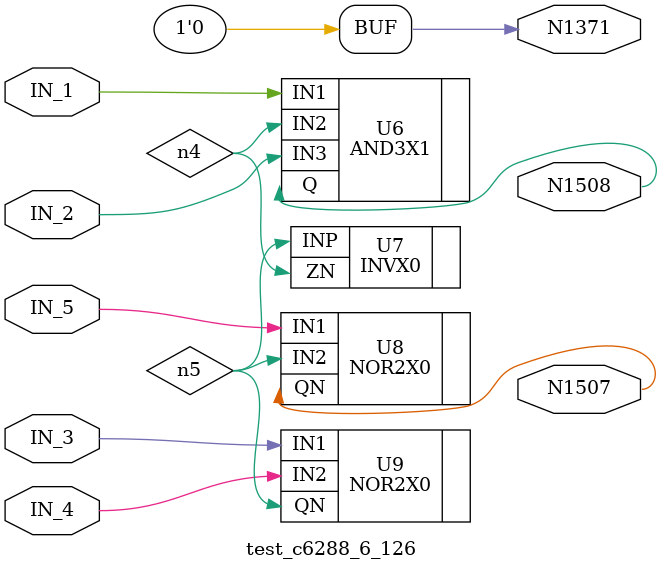
<source format=v>


module test_c6288_6_126 ( IN_1, IN_2, IN_3, IN_4, IN_5, N1371, N1508, N1507 );
  input IN_1, IN_2, IN_3, IN_4, IN_5;
  output N1371, N1508, N1507;
  wire   n4, n5;
  assign N1371 = 1'b0;

  AND3X1 U6 ( .IN1(IN_1), .IN2(n4), .IN3(IN_2), .Q(N1508) );
  INVX0 U7 ( .INP(n5), .ZN(n4) );
  NOR2X0 U8 ( .IN1(IN_5), .IN2(n5), .QN(N1507) );
  NOR2X0 U9 ( .IN1(IN_3), .IN2(IN_4), .QN(n5) );
endmodule


</source>
